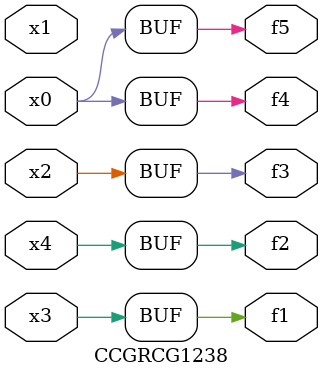
<source format=v>
module CCGRCG1238(
	input x0, x1, x2, x3, x4,
	output f1, f2, f3, f4, f5
);
	assign f1 = x3;
	assign f2 = x4;
	assign f3 = x2;
	assign f4 = x0;
	assign f5 = x0;
endmodule

</source>
